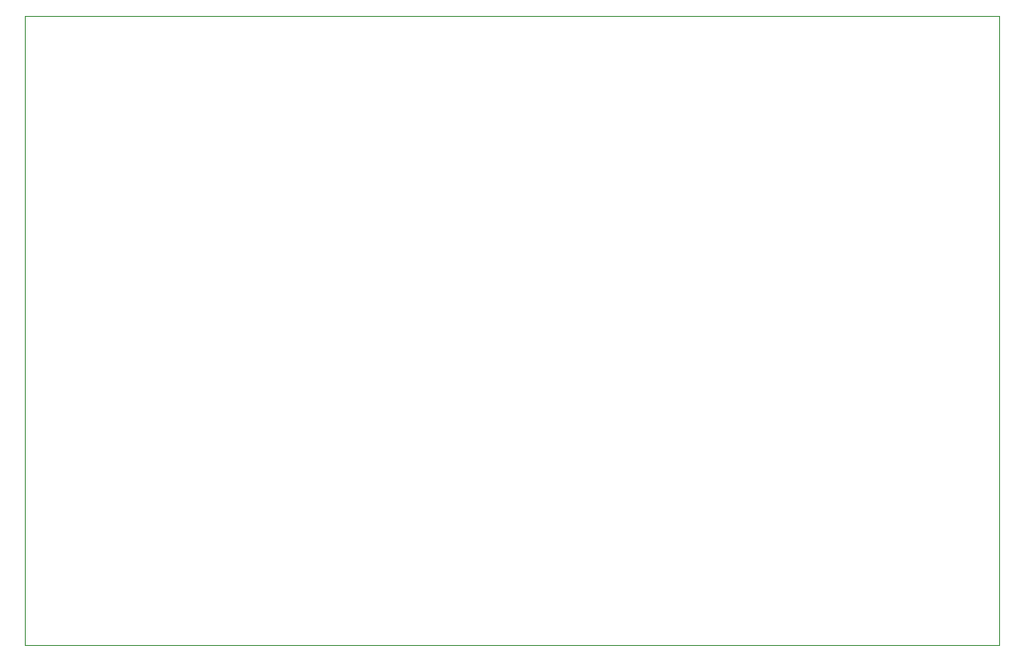
<source format=gbr>
%TF.GenerationSoftware,KiCad,Pcbnew,(5.1.6)-1*%
%TF.CreationDate,2021-03-15T19:33:02-07:00*%
%TF.ProjectId,DJetECUTester,444a6574-4543-4555-9465-737465722e6b,rev?*%
%TF.SameCoordinates,Original*%
%TF.FileFunction,Profile,NP*%
%FSLAX46Y46*%
G04 Gerber Fmt 4.6, Leading zero omitted, Abs format (unit mm)*
G04 Created by KiCad (PCBNEW (5.1.6)-1) date 2021-03-15 19:33:02*
%MOMM*%
%LPD*%
G01*
G04 APERTURE LIST*
%TA.AperFunction,Profile*%
%ADD10C,0.050000*%
%TD*%
G04 APERTURE END LIST*
D10*
X267000000Y-66500000D02*
X257500000Y-66500000D01*
X267000000Y-126500000D02*
X267000000Y-66500000D01*
X266500000Y-126500000D02*
X267000000Y-126500000D01*
X265500000Y-126500000D02*
X266500000Y-126500000D01*
X257500000Y-126500000D02*
X265500000Y-126500000D01*
X174000000Y-66500000D02*
X174000000Y-67500000D01*
X234000000Y-66500000D02*
X174000000Y-66500000D01*
X174000000Y-126500000D02*
X174000000Y-67500000D01*
X257500000Y-126500000D02*
X174000000Y-126500000D01*
X234000000Y-66500000D02*
X257500000Y-66500000D01*
M02*

</source>
